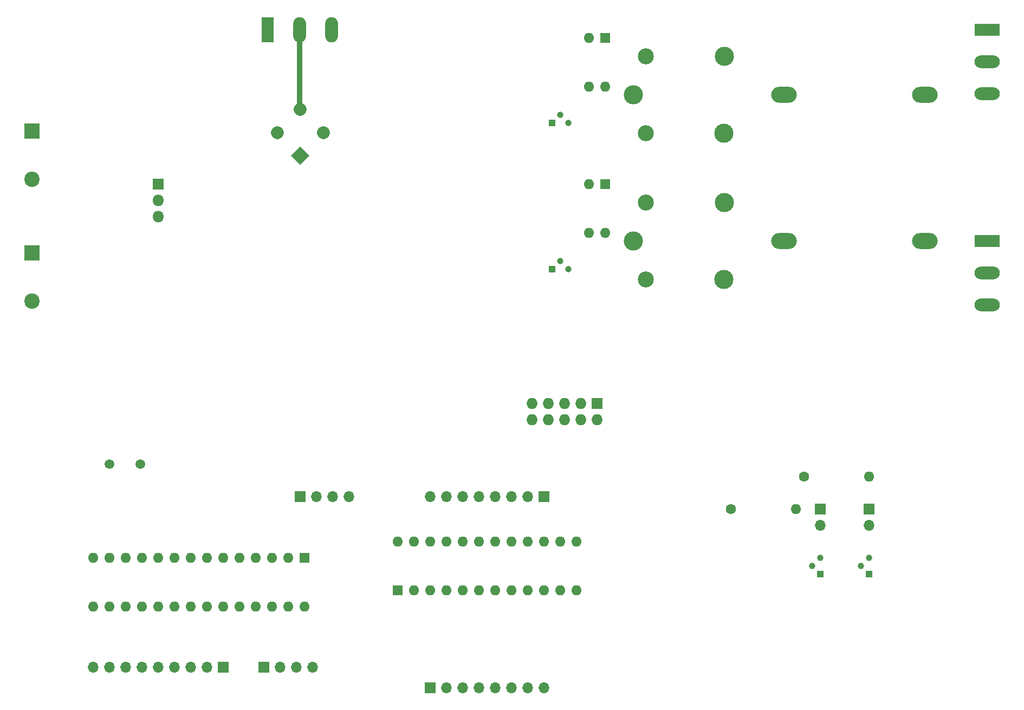
<source format=gbr>
G04 #@! TF.FileFunction,Copper,L2,Bot,Signal*
%FSLAX46Y46*%
G04 Gerber Fmt 4.6, Leading zero omitted, Abs format (unit mm)*
G04 Created by KiCad (PCBNEW 4.0.7) date Mon Feb  5 18:43:38 2018*
%MOMM*%
%LPD*%
G01*
G04 APERTURE LIST*
%ADD10C,0.100000*%
%ADD11R,2.400000X2.400000*%
%ADD12C,2.400000*%
%ADD13R,1.727200X1.727200*%
%ADD14O,1.727200X1.727200*%
%ADD15C,2.000000*%
%ADD16O,4.000000X2.500000*%
%ADD17R,1.980000X3.960000*%
%ADD18O,1.980000X3.960000*%
%ADD19R,1.700000X1.700000*%
%ADD20O,1.700000X1.700000*%
%ADD21C,2.500000*%
%ADD22C,3.000000*%
%ADD23C,1.000000*%
%ADD24R,1.000000X1.000000*%
%ADD25C,1.600000*%
%ADD26O,1.600000X1.600000*%
%ADD27R,1.600000X1.600000*%
%ADD28R,1.800000X1.800000*%
%ADD29O,1.800000X1.800000*%
%ADD30C,1.500000*%
%ADD31R,3.960000X1.980000*%
%ADD32O,3.960000X1.980000*%
%ADD33C,0.812800*%
G04 APERTURE END LIST*
D10*
D11*
X71120000Y-90170000D03*
D12*
X71120000Y-97670000D03*
D11*
X71120000Y-71120000D03*
D12*
X71120000Y-78620000D03*
D13*
X159385000Y-113665000D03*
D14*
X159385000Y-116205000D03*
X156845000Y-113665000D03*
X156845000Y-116205000D03*
X154305000Y-113665000D03*
X154305000Y-116205000D03*
X151765000Y-113665000D03*
X151765000Y-116205000D03*
X149225000Y-113665000D03*
X149225000Y-116205000D03*
D15*
X109437898Y-71337898D02*
X109437898Y-71337898D01*
X116622102Y-71337898D02*
X116622102Y-71337898D01*
X113030000Y-67745795D02*
X113030000Y-67745795D01*
D10*
G36*
X114444214Y-74930000D02*
X113030000Y-76344214D01*
X111615786Y-74930000D01*
X113030000Y-73515786D01*
X114444214Y-74930000D01*
X114444214Y-74930000D01*
G37*
D16*
X210595000Y-88265000D03*
X188595000Y-88265000D03*
X210595000Y-65405000D03*
X188595000Y-65405000D03*
D17*
X107950000Y-55245000D03*
D18*
X112950000Y-55245000D03*
X117950000Y-55245000D03*
D19*
X133350000Y-158115000D03*
D20*
X135890000Y-158115000D03*
X138430000Y-158115000D03*
X140970000Y-158115000D03*
X143510000Y-158115000D03*
X146050000Y-158115000D03*
X148590000Y-158115000D03*
X151130000Y-158115000D03*
D19*
X151130000Y-128270000D03*
D20*
X148590000Y-128270000D03*
X146050000Y-128270000D03*
X143510000Y-128270000D03*
X140970000Y-128270000D03*
X138430000Y-128270000D03*
X135890000Y-128270000D03*
X133350000Y-128270000D03*
D19*
X107315000Y-154940000D03*
D20*
X109855000Y-154940000D03*
X112395000Y-154940000D03*
X114935000Y-154940000D03*
D19*
X113030000Y-128270000D03*
D20*
X115570000Y-128270000D03*
X118110000Y-128270000D03*
X120650000Y-128270000D03*
D19*
X100965000Y-154940000D03*
D20*
X98425000Y-154940000D03*
X95885000Y-154940000D03*
X93345000Y-154940000D03*
X90805000Y-154940000D03*
X88265000Y-154940000D03*
X85725000Y-154940000D03*
X83185000Y-154940000D03*
X80645000Y-154940000D03*
D21*
X167050000Y-94315000D03*
D22*
X179250000Y-94315000D03*
X179300000Y-82265000D03*
D21*
X167050000Y-82315000D03*
D22*
X165100000Y-88265000D03*
D21*
X167050000Y-71455000D03*
D22*
X179250000Y-71455000D03*
X179300000Y-59405000D03*
D21*
X167050000Y-59455000D03*
D22*
X165100000Y-65405000D03*
D19*
X201930000Y-130175000D03*
D20*
X201930000Y-132715000D03*
D19*
X194310000Y-130175000D03*
D20*
X194310000Y-132715000D03*
D23*
X153670000Y-91440000D03*
X154940000Y-92710000D03*
D24*
X152400000Y-92710000D03*
D23*
X153670000Y-68580000D03*
X154940000Y-69850000D03*
D24*
X152400000Y-69850000D03*
D23*
X200660000Y-139065000D03*
X201930000Y-137795000D03*
D24*
X201930000Y-140335000D03*
D23*
X193040000Y-139065000D03*
X194310000Y-137795000D03*
D24*
X194310000Y-140335000D03*
D25*
X191770000Y-125095000D03*
D26*
X201930000Y-125095000D03*
D25*
X180340000Y-130175000D03*
D26*
X190500000Y-130175000D03*
D27*
X113665000Y-137795000D03*
D26*
X80645000Y-145415000D03*
X111125000Y-137795000D03*
X83185000Y-145415000D03*
X108585000Y-137795000D03*
X85725000Y-145415000D03*
X106045000Y-137795000D03*
X88265000Y-145415000D03*
X103505000Y-137795000D03*
X90805000Y-145415000D03*
X100965000Y-137795000D03*
X93345000Y-145415000D03*
X98425000Y-137795000D03*
X95885000Y-145415000D03*
X95885000Y-137795000D03*
X98425000Y-145415000D03*
X93345000Y-137795000D03*
X100965000Y-145415000D03*
X90805000Y-137795000D03*
X103505000Y-145415000D03*
X88265000Y-137795000D03*
X106045000Y-145415000D03*
X85725000Y-137795000D03*
X108585000Y-145415000D03*
X83185000Y-137795000D03*
X111125000Y-145415000D03*
X80645000Y-137795000D03*
X113665000Y-145415000D03*
D27*
X128270000Y-142875000D03*
D26*
X156210000Y-135255000D03*
X130810000Y-142875000D03*
X153670000Y-135255000D03*
X133350000Y-142875000D03*
X151130000Y-135255000D03*
X135890000Y-142875000D03*
X148590000Y-135255000D03*
X138430000Y-142875000D03*
X146050000Y-135255000D03*
X140970000Y-142875000D03*
X143510000Y-135255000D03*
X143510000Y-142875000D03*
X140970000Y-135255000D03*
X146050000Y-142875000D03*
X138430000Y-135255000D03*
X148590000Y-142875000D03*
X135890000Y-135255000D03*
X151130000Y-142875000D03*
X133350000Y-135255000D03*
X153670000Y-142875000D03*
X130810000Y-135255000D03*
X156210000Y-142875000D03*
X128270000Y-135255000D03*
D27*
X160655000Y-79375000D03*
D26*
X158115000Y-86995000D03*
X158115000Y-79375000D03*
X160655000Y-86995000D03*
D27*
X160655000Y-56515000D03*
D26*
X158115000Y-64135000D03*
X158115000Y-56515000D03*
X160655000Y-64135000D03*
D28*
X90805000Y-79375000D03*
D29*
X90805000Y-81915000D03*
X90805000Y-84455000D03*
D30*
X83185000Y-123190000D03*
X88065000Y-123190000D03*
D31*
X220345000Y-88265000D03*
D32*
X220345000Y-93265000D03*
X220345000Y-98265000D03*
D31*
X220345000Y-55245000D03*
D32*
X220345000Y-60245000D03*
X220345000Y-65245000D03*
D33*
X112950000Y-55245000D02*
X112950000Y-67665795D01*
X112950000Y-67665795D02*
X113030000Y-67745795D01*
M02*

</source>
